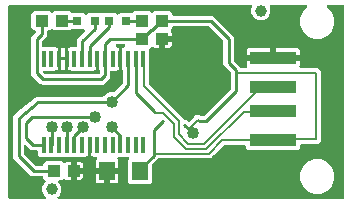
<source format=gbr>
G04 EAGLE Gerber X2 export*
%TF.Part,Single*%
%TF.FileFunction,Copper,L1,Top,Mixed*%
%TF.FilePolarity,Positive*%
%TF.GenerationSoftware,Autodesk,EAGLE,9.1.3*%
%TF.CreationDate,2018-09-14T10:43:52Z*%
G75*
%MOMM*%
%FSLAX34Y34*%
%LPD*%
%AMOC8*
5,1,8,0,0,1.08239X$1,22.5*%
G01*
%ADD10R,1.100000X1.000000*%
%ADD11R,1.400000X1.600000*%
%ADD12R,0.348000X1.397000*%
%ADD13R,0.800000X0.800000*%
%ADD14C,1.000000*%
%ADD15R,4.000000X1.120000*%
%ADD16C,1.016000*%
%ADD17C,0.254000*%
%ADD18C,0.203200*%

G36*
X34712Y4082D02*
X34712Y4082D01*
X34851Y4095D01*
X34870Y4102D01*
X34890Y4105D01*
X35019Y4156D01*
X35150Y4203D01*
X35167Y4214D01*
X35186Y4222D01*
X35298Y4303D01*
X35413Y4381D01*
X35427Y4397D01*
X35443Y4408D01*
X35532Y4516D01*
X35624Y4620D01*
X35633Y4638D01*
X35646Y4653D01*
X35705Y4779D01*
X35768Y4903D01*
X35773Y4923D01*
X35781Y4941D01*
X35807Y5078D01*
X35838Y5213D01*
X35837Y5234D01*
X35841Y5253D01*
X35832Y5392D01*
X35828Y5531D01*
X35823Y5551D01*
X35821Y5571D01*
X35779Y5703D01*
X35740Y5837D01*
X35730Y5854D01*
X35723Y5873D01*
X35649Y5991D01*
X35578Y6111D01*
X35560Y6132D01*
X35553Y6142D01*
X35538Y6156D01*
X35472Y6231D01*
X33817Y7887D01*
X32591Y10845D01*
X32591Y14047D01*
X33817Y17005D01*
X35222Y18411D01*
X35295Y18505D01*
X35374Y18594D01*
X35393Y18630D01*
X35417Y18662D01*
X35465Y18772D01*
X35519Y18878D01*
X35528Y18917D01*
X35544Y18954D01*
X35562Y19072D01*
X35588Y19188D01*
X35587Y19228D01*
X35594Y19268D01*
X35582Y19387D01*
X35579Y19506D01*
X35568Y19545D01*
X35564Y19585D01*
X35523Y19697D01*
X35490Y19811D01*
X35470Y19846D01*
X35456Y19884D01*
X35389Y19983D01*
X35329Y20085D01*
X35289Y20130D01*
X35278Y20147D01*
X35262Y20161D01*
X35222Y20206D01*
X33751Y21677D01*
X33751Y22352D01*
X33736Y22470D01*
X33729Y22589D01*
X33716Y22627D01*
X33711Y22668D01*
X33668Y22778D01*
X33631Y22891D01*
X33609Y22926D01*
X33594Y22963D01*
X33525Y23059D01*
X33461Y23160D01*
X33431Y23188D01*
X33408Y23221D01*
X33316Y23297D01*
X33229Y23378D01*
X33194Y23398D01*
X33163Y23423D01*
X33055Y23474D01*
X32951Y23532D01*
X32911Y23542D01*
X32875Y23559D01*
X32758Y23581D01*
X32643Y23611D01*
X32583Y23615D01*
X32563Y23619D01*
X32542Y23617D01*
X32482Y23621D01*
X23611Y23621D01*
X8381Y38851D01*
X8381Y71050D01*
X8377Y71082D01*
X8380Y71114D01*
X8357Y71239D01*
X8341Y71366D01*
X8330Y71395D01*
X8324Y71427D01*
X8271Y71543D01*
X8224Y71661D01*
X8213Y71676D01*
X8374Y73187D01*
X8374Y73204D01*
X8381Y73321D01*
X8381Y74852D01*
X8445Y74934D01*
X8457Y74963D01*
X8476Y74989D01*
X8520Y75109D01*
X8571Y75225D01*
X8574Y75244D01*
X9756Y76198D01*
X9767Y76211D01*
X9856Y76288D01*
X10938Y77371D01*
X11041Y77384D01*
X11070Y77395D01*
X11102Y77401D01*
X11218Y77454D01*
X11336Y77501D01*
X11362Y77519D01*
X11391Y77533D01*
X11523Y77626D01*
X26266Y89533D01*
X26278Y89546D01*
X26366Y89623D01*
X27448Y90706D01*
X27551Y90719D01*
X27580Y90730D01*
X27612Y90736D01*
X27728Y90789D01*
X27846Y90836D01*
X27861Y90847D01*
X29372Y90686D01*
X29389Y90686D01*
X29506Y90679D01*
X83737Y90679D01*
X83835Y90691D01*
X83934Y90694D01*
X83993Y90711D01*
X84053Y90719D01*
X84145Y90755D01*
X84240Y90783D01*
X84292Y90813D01*
X84348Y90836D01*
X84428Y90894D01*
X84514Y90944D01*
X84589Y91010D01*
X84606Y91022D01*
X84614Y91032D01*
X84635Y91050D01*
X86835Y93251D01*
X89823Y94489D01*
X92935Y94489D01*
X93034Y94501D01*
X93133Y94504D01*
X93191Y94521D01*
X93251Y94529D01*
X93343Y94565D01*
X93438Y94593D01*
X93490Y94623D01*
X93547Y94646D01*
X93627Y94704D01*
X93712Y94754D01*
X93787Y94820D01*
X93804Y94832D01*
X93812Y94842D01*
X93833Y94860D01*
X100760Y101787D01*
X100820Y101865D01*
X100888Y101938D01*
X100917Y101991D01*
X100954Y102038D01*
X100994Y102129D01*
X101042Y102216D01*
X101057Y102275D01*
X101081Y102330D01*
X101096Y102428D01*
X101121Y102524D01*
X101127Y102624D01*
X101131Y102644D01*
X101129Y102657D01*
X101131Y102685D01*
X101131Y112125D01*
X101116Y112243D01*
X101109Y112362D01*
X101096Y112400D01*
X101091Y112441D01*
X101048Y112551D01*
X101011Y112664D01*
X100989Y112699D01*
X100974Y112736D01*
X100905Y112832D01*
X100841Y112933D01*
X100811Y112961D01*
X100788Y112994D01*
X100696Y113070D01*
X100609Y113151D01*
X100574Y113171D01*
X100543Y113196D01*
X100435Y113247D01*
X100331Y113305D01*
X100291Y113315D01*
X100255Y113332D01*
X100219Y113339D01*
X100219Y122920D01*
X100219Y132446D01*
X101024Y132446D01*
X101038Y132442D01*
X101143Y132428D01*
X101246Y132405D01*
X101300Y132406D01*
X101353Y132399D01*
X101458Y132411D01*
X101564Y132414D01*
X101615Y132429D01*
X101669Y132435D01*
X101768Y132473D01*
X101869Y132503D01*
X101916Y132530D01*
X101966Y132549D01*
X102052Y132610D01*
X102143Y132664D01*
X102207Y132721D01*
X102225Y132733D01*
X102235Y132745D01*
X102264Y132771D01*
X102708Y133215D01*
X102793Y133324D01*
X102882Y133431D01*
X102890Y133450D01*
X102903Y133466D01*
X102958Y133594D01*
X103017Y133719D01*
X103021Y133739D01*
X103029Y133758D01*
X103051Y133896D01*
X103077Y134032D01*
X103076Y134052D01*
X103079Y134072D01*
X103066Y134211D01*
X103057Y134349D01*
X103051Y134368D01*
X103049Y134388D01*
X103002Y134520D01*
X102959Y134651D01*
X102949Y134669D01*
X102942Y134688D01*
X102864Y134803D01*
X102789Y134920D01*
X102774Y134934D01*
X102763Y134951D01*
X102659Y135043D01*
X102558Y135138D01*
X102540Y135148D01*
X102525Y135161D01*
X102401Y135224D01*
X102279Y135292D01*
X102260Y135297D01*
X102241Y135306D01*
X102106Y135336D01*
X101971Y135371D01*
X101943Y135373D01*
X101931Y135376D01*
X101911Y135375D01*
X101810Y135381D01*
X96090Y135381D01*
X95952Y135364D01*
X95813Y135351D01*
X95794Y135344D01*
X95774Y135341D01*
X95645Y135290D01*
X95514Y135243D01*
X95497Y135232D01*
X95478Y135224D01*
X95366Y135143D01*
X95251Y135065D01*
X95237Y135049D01*
X95221Y135038D01*
X95132Y134930D01*
X95040Y134826D01*
X95031Y134808D01*
X95018Y134793D01*
X94959Y134667D01*
X94896Y134543D01*
X94891Y134523D01*
X94883Y134505D01*
X94857Y134369D01*
X94826Y134233D01*
X94827Y134212D01*
X94823Y134193D01*
X94831Y134054D01*
X94836Y133915D01*
X94841Y133895D01*
X94843Y133875D01*
X94886Y133743D01*
X94924Y133609D01*
X94934Y133592D01*
X94941Y133573D01*
X95015Y133455D01*
X95086Y133335D01*
X95104Y133314D01*
X95111Y133304D01*
X95126Y133290D01*
X95192Y133215D01*
X95636Y132771D01*
X95720Y132706D01*
X95797Y132634D01*
X95845Y132609D01*
X95887Y132576D01*
X95984Y132534D01*
X96078Y132484D01*
X96130Y132471D01*
X96179Y132449D01*
X96284Y132433D01*
X96386Y132407D01*
X96440Y132408D01*
X96493Y132399D01*
X96599Y132409D01*
X96704Y132410D01*
X96788Y132427D01*
X96810Y132429D01*
X96825Y132435D01*
X96862Y132442D01*
X96876Y132446D01*
X97681Y132446D01*
X97681Y122920D01*
X97681Y113394D01*
X96876Y113394D01*
X96862Y113398D01*
X96757Y113412D01*
X96654Y113435D01*
X96600Y113434D01*
X96547Y113441D01*
X96442Y113429D01*
X96336Y113426D01*
X96285Y113411D01*
X96231Y113405D01*
X96132Y113367D01*
X96031Y113337D01*
X95984Y113310D01*
X95934Y113291D01*
X95848Y113230D01*
X95757Y113176D01*
X95693Y113119D01*
X95675Y113107D01*
X95665Y113095D01*
X95636Y113069D01*
X95453Y112886D01*
X91538Y112886D01*
X91420Y112871D01*
X91301Y112864D01*
X91263Y112851D01*
X91222Y112846D01*
X91112Y112803D01*
X90999Y112766D01*
X90964Y112744D01*
X90927Y112729D01*
X90831Y112660D01*
X90730Y112596D01*
X90702Y112566D01*
X90669Y112543D01*
X90593Y112451D01*
X90512Y112364D01*
X90492Y112329D01*
X90467Y112298D01*
X90416Y112190D01*
X90358Y112086D01*
X90348Y112046D01*
X90331Y112010D01*
X90309Y111893D01*
X90279Y111778D01*
X90275Y111718D01*
X90271Y111698D01*
X90273Y111677D01*
X90269Y111617D01*
X90269Y107021D01*
X87240Y103993D01*
X84339Y101091D01*
X31231Y101091D01*
X26523Y105800D01*
X23621Y108701D01*
X23621Y141489D01*
X26523Y144390D01*
X26857Y144725D01*
X26942Y144834D01*
X27031Y144941D01*
X27039Y144960D01*
X27052Y144976D01*
X27107Y145104D01*
X27166Y145229D01*
X27170Y145249D01*
X27178Y145268D01*
X27200Y145406D01*
X27226Y145542D01*
X27225Y145562D01*
X27228Y145582D01*
X27215Y145721D01*
X27206Y145859D01*
X27200Y145878D01*
X27198Y145898D01*
X27151Y146030D01*
X27108Y146161D01*
X27098Y146179D01*
X27091Y146198D01*
X27013Y146313D01*
X26938Y146430D01*
X26923Y146444D01*
X26912Y146461D01*
X26808Y146553D01*
X26707Y146648D01*
X26689Y146658D01*
X26674Y146671D01*
X26550Y146734D01*
X26428Y146802D01*
X26408Y146807D01*
X26390Y146816D01*
X26255Y146846D01*
X26120Y146881D01*
X26092Y146883D01*
X26080Y146886D01*
X26060Y146885D01*
X25959Y146891D01*
X25377Y146891D01*
X23591Y148677D01*
X23591Y161203D01*
X25377Y162989D01*
X38903Y162989D01*
X39743Y162149D01*
X39837Y162076D01*
X39926Y161997D01*
X39962Y161979D01*
X39994Y161954D01*
X40103Y161907D01*
X40209Y161853D01*
X40248Y161844D01*
X40286Y161828D01*
X40403Y161809D01*
X40519Y161783D01*
X40560Y161784D01*
X40600Y161778D01*
X40718Y161789D01*
X40837Y161793D01*
X40876Y161804D01*
X40916Y161808D01*
X41028Y161848D01*
X41143Y161881D01*
X41178Y161902D01*
X41216Y161915D01*
X41314Y161982D01*
X41417Y162043D01*
X41462Y162082D01*
X41479Y162094D01*
X41492Y162109D01*
X41538Y162149D01*
X42377Y162989D01*
X55903Y162989D01*
X56531Y162360D01*
X56609Y162300D01*
X56681Y162232D01*
X56734Y162203D01*
X56782Y162166D01*
X56873Y162126D01*
X56960Y162078D01*
X57019Y162063D01*
X57074Y162039D01*
X57172Y162024D01*
X57268Y161999D01*
X57368Y161993D01*
X57388Y161989D01*
X57401Y161991D01*
X57429Y161989D01*
X67613Y161989D01*
X68953Y160649D01*
X69047Y160576D01*
X69136Y160497D01*
X69172Y160479D01*
X69204Y160454D01*
X69313Y160407D01*
X69419Y160353D01*
X69458Y160344D01*
X69496Y160328D01*
X69613Y160309D01*
X69729Y160283D01*
X69770Y160284D01*
X69810Y160278D01*
X69928Y160289D01*
X70047Y160293D01*
X70086Y160304D01*
X70126Y160308D01*
X70238Y160348D01*
X70353Y160381D01*
X70388Y160402D01*
X70426Y160415D01*
X70524Y160482D01*
X70627Y160543D01*
X70672Y160582D01*
X70689Y160594D01*
X70702Y160609D01*
X70748Y160649D01*
X72087Y161989D01*
X82856Y161989D01*
X82948Y161974D01*
X83064Y161948D01*
X83105Y161949D01*
X83144Y161943D01*
X83263Y161954D01*
X83382Y161958D01*
X83421Y161969D01*
X83461Y161973D01*
X83506Y161989D01*
X94283Y161989D01*
X95622Y160649D01*
X95717Y160576D01*
X95806Y160497D01*
X95842Y160479D01*
X95874Y160454D01*
X95983Y160407D01*
X96089Y160353D01*
X96128Y160344D01*
X96166Y160328D01*
X96283Y160309D01*
X96399Y160283D01*
X96440Y160284D01*
X96480Y160278D01*
X96598Y160289D01*
X96717Y160293D01*
X96756Y160304D01*
X96796Y160308D01*
X96909Y160348D01*
X97023Y160381D01*
X97057Y160402D01*
X97096Y160415D01*
X97194Y160482D01*
X97297Y160543D01*
X97342Y160583D01*
X97359Y160594D01*
X97372Y160609D01*
X97417Y160649D01*
X98757Y161989D01*
X108941Y161989D01*
X109040Y162001D01*
X109139Y162004D01*
X109197Y162021D01*
X109257Y162029D01*
X109349Y162065D01*
X109444Y162093D01*
X109496Y162123D01*
X109553Y162146D01*
X109633Y162204D01*
X109718Y162254D01*
X109793Y162320D01*
X109810Y162332D01*
X109818Y162342D01*
X109839Y162360D01*
X110467Y162989D01*
X123993Y162989D01*
X124833Y162149D01*
X124927Y162076D01*
X125016Y161997D01*
X125052Y161979D01*
X125084Y161954D01*
X125193Y161907D01*
X125299Y161853D01*
X125338Y161844D01*
X125376Y161828D01*
X125493Y161809D01*
X125609Y161783D01*
X125650Y161784D01*
X125690Y161778D01*
X125808Y161789D01*
X125927Y161793D01*
X125966Y161804D01*
X126006Y161808D01*
X126118Y161848D01*
X126233Y161881D01*
X126268Y161902D01*
X126306Y161915D01*
X126404Y161982D01*
X126507Y162043D01*
X126552Y162082D01*
X126569Y162094D01*
X126582Y162109D01*
X126628Y162149D01*
X127467Y162989D01*
X140993Y162989D01*
X142779Y161203D01*
X142779Y160528D01*
X142794Y160410D01*
X142801Y160291D01*
X142814Y160253D01*
X142819Y160212D01*
X142862Y160102D01*
X142899Y159989D01*
X142921Y159954D01*
X142936Y159917D01*
X143005Y159821D01*
X143069Y159720D01*
X143099Y159692D01*
X143122Y159659D01*
X143214Y159583D01*
X143301Y159502D01*
X143336Y159482D01*
X143367Y159457D01*
X143475Y159406D01*
X143579Y159348D01*
X143619Y159338D01*
X143655Y159321D01*
X143772Y159299D01*
X143887Y159269D01*
X143947Y159265D01*
X143967Y159261D01*
X143988Y159263D01*
X144048Y159259D01*
X177049Y159259D01*
X194819Y141489D01*
X194819Y121695D01*
X194831Y121596D01*
X194834Y121497D01*
X194851Y121439D01*
X194859Y121379D01*
X194895Y121287D01*
X194923Y121192D01*
X194953Y121140D01*
X194976Y121083D01*
X195034Y121003D01*
X195084Y120918D01*
X195150Y120843D01*
X195162Y120826D01*
X195172Y120818D01*
X195190Y120797D01*
X198267Y117720D01*
X200355Y115632D01*
X200433Y115572D01*
X200505Y115504D01*
X200558Y115475D01*
X200606Y115438D01*
X200697Y115398D01*
X200784Y115350D01*
X200843Y115335D01*
X200898Y115311D01*
X200996Y115296D01*
X201092Y115271D01*
X201192Y115265D01*
X201212Y115261D01*
X201225Y115263D01*
X201253Y115261D01*
X204923Y115261D01*
X205054Y115277D01*
X205186Y115288D01*
X205211Y115297D01*
X205238Y115301D01*
X205361Y115349D01*
X205486Y115393D01*
X205509Y115408D01*
X205534Y115418D01*
X205641Y115495D01*
X205751Y115569D01*
X205769Y115589D01*
X205791Y115604D01*
X205876Y115706D01*
X205964Y115805D01*
X205977Y115829D01*
X205994Y115849D01*
X206050Y115969D01*
X206112Y116086D01*
X206118Y116113D01*
X206129Y116137D01*
X206154Y116267D01*
X206185Y116396D01*
X206184Y116423D01*
X206189Y116449D01*
X206181Y116581D01*
X206178Y116714D01*
X206171Y116740D01*
X206169Y116767D01*
X206129Y116893D01*
X206093Y117020D01*
X206076Y117055D01*
X206071Y117069D01*
X206060Y117088D01*
X206022Y117165D01*
X205932Y117319D01*
X205759Y117966D01*
X205759Y121361D01*
X227030Y121361D01*
X227148Y121376D01*
X227267Y121383D01*
X227305Y121396D01*
X227345Y121401D01*
X227456Y121444D01*
X227569Y121481D01*
X227604Y121503D01*
X227641Y121518D01*
X227737Y121588D01*
X227838Y121651D01*
X227866Y121681D01*
X227898Y121705D01*
X227974Y121796D01*
X228056Y121883D01*
X228075Y121918D01*
X228101Y121949D01*
X228152Y122057D01*
X228209Y122161D01*
X228220Y122201D01*
X228237Y122237D01*
X228259Y122354D01*
X228289Y122469D01*
X228293Y122530D01*
X228297Y122550D01*
X228295Y122570D01*
X228299Y122630D01*
X228299Y123901D01*
X228301Y123901D01*
X228301Y122630D01*
X228316Y122512D01*
X228323Y122393D01*
X228336Y122355D01*
X228341Y122315D01*
X228385Y122204D01*
X228421Y122091D01*
X228443Y122056D01*
X228458Y122019D01*
X228528Y121923D01*
X228591Y121822D01*
X228621Y121794D01*
X228645Y121761D01*
X228736Y121686D01*
X228823Y121604D01*
X228858Y121584D01*
X228890Y121559D01*
X228997Y121508D01*
X229101Y121450D01*
X229141Y121440D01*
X229177Y121423D01*
X229294Y121401D01*
X229409Y121371D01*
X229470Y121367D01*
X229490Y121363D01*
X229510Y121365D01*
X229570Y121361D01*
X250841Y121361D01*
X250841Y117966D01*
X250668Y117319D01*
X250578Y117165D01*
X250527Y117042D01*
X250471Y116923D01*
X250465Y116896D01*
X250455Y116871D01*
X250436Y116740D01*
X250411Y116610D01*
X250412Y116584D01*
X250408Y116557D01*
X250422Y116425D01*
X250431Y116293D01*
X250439Y116267D01*
X250442Y116241D01*
X250488Y116116D01*
X250529Y115991D01*
X250543Y115968D01*
X250552Y115942D01*
X250628Y115834D01*
X250699Y115722D01*
X250718Y115703D01*
X250734Y115681D01*
X250834Y115595D01*
X250930Y115504D01*
X250954Y115491D01*
X250974Y115473D01*
X251093Y115414D01*
X251209Y115350D01*
X251235Y115344D01*
X251259Y115332D01*
X251389Y115304D01*
X251517Y115271D01*
X251555Y115269D01*
X251570Y115265D01*
X251592Y115266D01*
X251677Y115261D01*
X266352Y115261D01*
X268733Y112880D01*
X268733Y53180D01*
X266352Y50799D01*
X252618Y50799D01*
X252500Y50784D01*
X252381Y50777D01*
X252343Y50764D01*
X252302Y50759D01*
X252192Y50716D01*
X252079Y50679D01*
X252044Y50657D01*
X252007Y50642D01*
X251911Y50573D01*
X251810Y50509D01*
X251782Y50479D01*
X251749Y50456D01*
X251673Y50364D01*
X251592Y50277D01*
X251572Y50242D01*
X251547Y50211D01*
X251496Y50103D01*
X251438Y49999D01*
X251428Y49959D01*
X251411Y49923D01*
X251389Y49806D01*
X251359Y49691D01*
X251355Y49631D01*
X251351Y49611D01*
X251353Y49590D01*
X251349Y49530D01*
X251349Y47037D01*
X249563Y45251D01*
X207037Y45251D01*
X205251Y47037D01*
X205251Y48514D01*
X205236Y48632D01*
X205229Y48751D01*
X205216Y48789D01*
X205211Y48830D01*
X205168Y48940D01*
X205131Y49053D01*
X205109Y49088D01*
X205094Y49125D01*
X205025Y49221D01*
X204961Y49322D01*
X204931Y49350D01*
X204908Y49383D01*
X204816Y49459D01*
X204729Y49540D01*
X204694Y49560D01*
X204663Y49585D01*
X204555Y49636D01*
X204451Y49694D01*
X204411Y49704D01*
X204375Y49721D01*
X204258Y49743D01*
X204143Y49773D01*
X204083Y49777D01*
X204063Y49781D01*
X204042Y49779D01*
X203982Y49783D01*
X187121Y49783D01*
X187023Y49771D01*
X186924Y49768D01*
X186866Y49751D01*
X186806Y49743D01*
X186714Y49707D01*
X186619Y49679D01*
X186567Y49649D01*
X186510Y49626D01*
X186430Y49568D01*
X186345Y49518D01*
X186269Y49452D01*
X186253Y49440D01*
X186245Y49430D01*
X186224Y49412D01*
X175420Y38607D01*
X131601Y38607D01*
X131502Y38595D01*
X131403Y38592D01*
X131345Y38575D01*
X131285Y38567D01*
X131193Y38531D01*
X131098Y38503D01*
X131046Y38473D01*
X130989Y38450D01*
X130909Y38392D01*
X130824Y38342D01*
X130749Y38276D01*
X130732Y38264D01*
X130724Y38254D01*
X130703Y38236D01*
X128417Y35950D01*
X126020Y33553D01*
X125960Y33475D01*
X125892Y33403D01*
X125863Y33350D01*
X125826Y33302D01*
X125786Y33211D01*
X125738Y33124D01*
X125723Y33065D01*
X125699Y33010D01*
X125684Y32912D01*
X125659Y32816D01*
X125653Y32716D01*
X125649Y32696D01*
X125651Y32683D01*
X125649Y32655D01*
X125649Y18677D01*
X123863Y16891D01*
X107337Y16891D01*
X105551Y18677D01*
X105551Y37203D01*
X105948Y37600D01*
X106033Y37709D01*
X106122Y37816D01*
X106130Y37835D01*
X106143Y37851D01*
X106198Y37979D01*
X106257Y38104D01*
X106261Y38124D01*
X106269Y38143D01*
X106291Y38281D01*
X106317Y38417D01*
X106316Y38437D01*
X106319Y38457D01*
X106306Y38596D01*
X106297Y38734D01*
X106291Y38753D01*
X106289Y38773D01*
X106242Y38904D01*
X106199Y39036D01*
X106189Y39054D01*
X106182Y39073D01*
X106104Y39187D01*
X106029Y39305D01*
X106014Y39319D01*
X106003Y39336D01*
X105899Y39428D01*
X105798Y39523D01*
X105780Y39533D01*
X105765Y39546D01*
X105641Y39609D01*
X105519Y39677D01*
X105500Y39682D01*
X105481Y39691D01*
X105346Y39721D01*
X105211Y39756D01*
X105183Y39758D01*
X105171Y39761D01*
X105151Y39760D01*
X105050Y39766D01*
X97431Y39766D01*
X97293Y39749D01*
X97155Y39736D01*
X97136Y39729D01*
X97116Y39726D01*
X96987Y39675D01*
X96855Y39628D01*
X96839Y39617D01*
X96820Y39609D01*
X96708Y39528D01*
X96592Y39450D01*
X96579Y39434D01*
X96563Y39423D01*
X96474Y39315D01*
X96382Y39211D01*
X96373Y39193D01*
X96360Y39178D01*
X96300Y39052D01*
X96237Y38928D01*
X96233Y38908D01*
X96224Y38890D01*
X96198Y38753D01*
X96168Y38618D01*
X96168Y38597D01*
X96164Y38578D01*
X96173Y38439D01*
X96177Y38300D01*
X96183Y38280D01*
X96184Y38260D01*
X96227Y38128D01*
X96266Y37994D01*
X96276Y37977D01*
X96282Y37958D01*
X96357Y37840D01*
X96427Y37720D01*
X96446Y37699D01*
X96452Y37689D01*
X96467Y37675D01*
X96534Y37599D01*
X96633Y37500D01*
X96968Y36921D01*
X97141Y36274D01*
X97141Y30479D01*
X88870Y30479D01*
X88752Y30464D01*
X88633Y30457D01*
X88595Y30444D01*
X88555Y30439D01*
X88444Y30395D01*
X88331Y30359D01*
X88296Y30337D01*
X88259Y30322D01*
X88163Y30252D01*
X88062Y30189D01*
X88034Y30159D01*
X88002Y30135D01*
X87926Y30044D01*
X87844Y29957D01*
X87825Y29922D01*
X87799Y29890D01*
X87748Y29783D01*
X87691Y29679D01*
X87680Y29639D01*
X87663Y29603D01*
X87641Y29486D01*
X87611Y29371D01*
X87607Y29310D01*
X87603Y29290D01*
X87605Y29270D01*
X87601Y29210D01*
X87601Y27939D01*
X87599Y27939D01*
X87599Y29210D01*
X87584Y29328D01*
X87577Y29447D01*
X87564Y29485D01*
X87559Y29525D01*
X87515Y29636D01*
X87479Y29749D01*
X87457Y29784D01*
X87442Y29821D01*
X87372Y29917D01*
X87309Y30018D01*
X87279Y30046D01*
X87255Y30078D01*
X87164Y30154D01*
X87077Y30236D01*
X87042Y30255D01*
X87010Y30281D01*
X86903Y30332D01*
X86799Y30389D01*
X86759Y30400D01*
X86723Y30417D01*
X86606Y30439D01*
X86491Y30469D01*
X86430Y30473D01*
X86410Y30477D01*
X86390Y30475D01*
X86330Y30479D01*
X78059Y30479D01*
X78059Y36274D01*
X78232Y36921D01*
X78567Y37500D01*
X78666Y37599D01*
X78751Y37709D01*
X78840Y37816D01*
X78849Y37835D01*
X78861Y37851D01*
X78917Y37978D01*
X78976Y38104D01*
X78980Y38124D01*
X78988Y38143D01*
X79010Y38280D01*
X79036Y38417D01*
X79034Y38437D01*
X79038Y38457D01*
X79025Y38595D01*
X79016Y38734D01*
X79010Y38753D01*
X79008Y38773D01*
X78961Y38904D01*
X78918Y39036D01*
X78907Y39054D01*
X78900Y39073D01*
X78822Y39187D01*
X78748Y39305D01*
X78733Y39319D01*
X78722Y39336D01*
X78618Y39427D01*
X78516Y39523D01*
X78498Y39533D01*
X78483Y39546D01*
X78359Y39609D01*
X78238Y39677D01*
X78218Y39682D01*
X78200Y39691D01*
X78064Y39721D01*
X77930Y39756D01*
X77902Y39758D01*
X77890Y39761D01*
X77869Y39760D01*
X77769Y39766D01*
X76447Y39766D01*
X76264Y39949D01*
X76180Y40014D01*
X76103Y40086D01*
X76055Y40111D01*
X76013Y40144D01*
X75916Y40186D01*
X75823Y40236D01*
X75770Y40249D01*
X75721Y40271D01*
X75616Y40287D01*
X75514Y40313D01*
X75460Y40312D01*
X75407Y40321D01*
X75301Y40311D01*
X75196Y40310D01*
X75112Y40293D01*
X75090Y40291D01*
X75075Y40285D01*
X75038Y40278D01*
X75025Y40274D01*
X74219Y40274D01*
X74219Y49800D01*
X74204Y49918D01*
X74197Y50037D01*
X74185Y50075D01*
X74180Y50115D01*
X74136Y50226D01*
X74099Y50339D01*
X74077Y50373D01*
X74063Y50411D01*
X73993Y50507D01*
X73929Y50608D01*
X73899Y50636D01*
X73876Y50668D01*
X73784Y50744D01*
X73697Y50826D01*
X73662Y50845D01*
X73631Y50871D01*
X73523Y50922D01*
X73419Y50979D01*
X73380Y50989D01*
X73343Y51007D01*
X73226Y51029D01*
X73111Y51059D01*
X73051Y51063D01*
X73031Y51066D01*
X73030Y51066D01*
X73010Y51065D01*
X72950Y51069D01*
X72832Y51054D01*
X72713Y51047D01*
X72674Y51034D01*
X72634Y51029D01*
X72524Y50985D01*
X72410Y50949D01*
X72376Y50927D01*
X72339Y50912D01*
X72242Y50842D01*
X72142Y50778D01*
X72114Y50749D01*
X72081Y50725D01*
X72005Y50633D01*
X71924Y50547D01*
X71904Y50511D01*
X71878Y50480D01*
X71828Y50373D01*
X71770Y50268D01*
X71760Y50229D01*
X71743Y50193D01*
X71721Y50076D01*
X71691Y49960D01*
X71687Y49900D01*
X71683Y49880D01*
X71684Y49860D01*
X71681Y49800D01*
X71681Y40274D01*
X70875Y40274D01*
X70862Y40278D01*
X70757Y40292D01*
X70654Y40315D01*
X70600Y40314D01*
X70547Y40321D01*
X70442Y40309D01*
X70336Y40306D01*
X70285Y40291D01*
X70231Y40285D01*
X70132Y40247D01*
X70031Y40217D01*
X69984Y40190D01*
X69934Y40171D01*
X69848Y40110D01*
X69757Y40056D01*
X69692Y39999D01*
X69675Y39987D01*
X69665Y39975D01*
X69636Y39949D01*
X69453Y39766D01*
X30947Y39766D01*
X29161Y41552D01*
X29161Y44212D01*
X29146Y44330D01*
X29139Y44449D01*
X29126Y44487D01*
X29121Y44528D01*
X29078Y44638D01*
X29041Y44751D01*
X29019Y44786D01*
X29004Y44823D01*
X28935Y44919D01*
X28871Y45020D01*
X28841Y45048D01*
X28818Y45081D01*
X28726Y45157D01*
X28639Y45238D01*
X28604Y45258D01*
X28573Y45283D01*
X28465Y45334D01*
X28361Y45392D01*
X28321Y45402D01*
X28285Y45419D01*
X28168Y45441D01*
X28053Y45471D01*
X27993Y45475D01*
X27973Y45479D01*
X27952Y45477D01*
X27892Y45481D01*
X23341Y45481D01*
X19185Y49637D01*
X19076Y49722D01*
X18969Y49811D01*
X18950Y49819D01*
X18934Y49832D01*
X18806Y49887D01*
X18681Y49946D01*
X18661Y49950D01*
X18642Y49958D01*
X18504Y49980D01*
X18368Y50006D01*
X18348Y50005D01*
X18328Y50008D01*
X18189Y49995D01*
X18051Y49986D01*
X18032Y49980D01*
X18012Y49978D01*
X17880Y49931D01*
X17749Y49888D01*
X17731Y49878D01*
X17712Y49871D01*
X17597Y49793D01*
X17480Y49718D01*
X17466Y49703D01*
X17449Y49692D01*
X17357Y49588D01*
X17262Y49487D01*
X17252Y49469D01*
X17239Y49454D01*
X17175Y49330D01*
X17108Y49208D01*
X17103Y49188D01*
X17094Y49170D01*
X17064Y49035D01*
X17029Y48900D01*
X17027Y48872D01*
X17024Y48860D01*
X17025Y48840D01*
X17019Y48739D01*
X17019Y42955D01*
X17031Y42856D01*
X17034Y42757D01*
X17051Y42699D01*
X17059Y42639D01*
X17095Y42547D01*
X17123Y42452D01*
X17153Y42400D01*
X17176Y42343D01*
X17234Y42263D01*
X17284Y42178D01*
X17350Y42103D01*
X17362Y42086D01*
X17372Y42078D01*
X17390Y42057D01*
X26817Y32630D01*
X26895Y32570D01*
X26968Y32502D01*
X27021Y32473D01*
X27068Y32436D01*
X27159Y32396D01*
X27246Y32348D01*
X27305Y32333D01*
X27360Y32309D01*
X27458Y32294D01*
X27554Y32269D01*
X27654Y32263D01*
X27674Y32259D01*
X27687Y32261D01*
X27715Y32259D01*
X32482Y32259D01*
X32600Y32274D01*
X32719Y32281D01*
X32757Y32294D01*
X32798Y32299D01*
X32908Y32342D01*
X33021Y32379D01*
X33056Y32401D01*
X33093Y32416D01*
X33189Y32485D01*
X33290Y32549D01*
X33318Y32579D01*
X33351Y32602D01*
X33427Y32694D01*
X33508Y32781D01*
X33528Y32816D01*
X33553Y32847D01*
X33604Y32955D01*
X33662Y33059D01*
X33672Y33099D01*
X33689Y33135D01*
X33711Y33252D01*
X33741Y33367D01*
X33745Y33427D01*
X33749Y33447D01*
X33747Y33468D01*
X33751Y33528D01*
X33751Y34203D01*
X35537Y35989D01*
X49063Y35989D01*
X50262Y34790D01*
X50356Y34717D01*
X50445Y34638D01*
X50481Y34620D01*
X50513Y34595D01*
X50622Y34548D01*
X50728Y34493D01*
X50768Y34485D01*
X50805Y34469D01*
X50923Y34450D01*
X51039Y34424D01*
X51079Y34425D01*
X51119Y34419D01*
X51238Y34430D01*
X51356Y34433D01*
X51395Y34445D01*
X51436Y34449D01*
X51548Y34489D01*
X51662Y34522D01*
X51697Y34542D01*
X51735Y34556D01*
X51833Y34623D01*
X51936Y34683D01*
X51981Y34723D01*
X51998Y34735D01*
X52011Y34750D01*
X52057Y34790D01*
X52240Y34973D01*
X52819Y35308D01*
X53466Y35481D01*
X56801Y35481D01*
X56801Y29170D01*
X56816Y29052D01*
X56823Y28933D01*
X56835Y28895D01*
X56841Y28855D01*
X56884Y28744D01*
X56921Y28631D01*
X56943Y28597D01*
X56958Y28559D01*
X57027Y28463D01*
X57091Y28362D01*
X57121Y28334D01*
X57144Y28302D01*
X57236Y28226D01*
X57323Y28144D01*
X57358Y28125D01*
X57389Y28099D01*
X57497Y28048D01*
X57601Y27991D01*
X57641Y27981D01*
X57677Y27963D01*
X57784Y27943D01*
X57754Y27939D01*
X57644Y27895D01*
X57531Y27859D01*
X57496Y27837D01*
X57459Y27822D01*
X57362Y27752D01*
X57262Y27689D01*
X57234Y27659D01*
X57201Y27635D01*
X57125Y27544D01*
X57044Y27457D01*
X57024Y27422D01*
X56999Y27390D01*
X56948Y27283D01*
X56890Y27178D01*
X56880Y27139D01*
X56863Y27103D01*
X56841Y26986D01*
X56811Y26870D01*
X56807Y26810D01*
X56803Y26790D01*
X56805Y26770D01*
X56801Y26710D01*
X56801Y20399D01*
X53466Y20399D01*
X52819Y20572D01*
X52240Y20907D01*
X52057Y21090D01*
X51963Y21163D01*
X51873Y21242D01*
X51837Y21260D01*
X51805Y21285D01*
X51696Y21332D01*
X51590Y21387D01*
X51551Y21395D01*
X51514Y21411D01*
X51396Y21430D01*
X51280Y21456D01*
X51239Y21455D01*
X51199Y21461D01*
X51081Y21450D01*
X50962Y21447D01*
X50923Y21435D01*
X50883Y21431D01*
X50771Y21391D01*
X50656Y21358D01*
X50622Y21338D01*
X50584Y21324D01*
X50485Y21257D01*
X50383Y21197D01*
X50337Y21157D01*
X50320Y21145D01*
X50307Y21130D01*
X50262Y21090D01*
X49063Y19891D01*
X47642Y19891D01*
X47504Y19874D01*
X47365Y19861D01*
X47346Y19854D01*
X47326Y19851D01*
X47197Y19800D01*
X47066Y19753D01*
X47049Y19742D01*
X47030Y19734D01*
X46918Y19653D01*
X46803Y19575D01*
X46789Y19559D01*
X46773Y19548D01*
X46684Y19440D01*
X46592Y19336D01*
X46583Y19318D01*
X46570Y19303D01*
X46511Y19177D01*
X46448Y19053D01*
X46443Y19033D01*
X46435Y19015D01*
X46409Y18878D01*
X46378Y18743D01*
X46379Y18722D01*
X46375Y18703D01*
X46384Y18564D01*
X46388Y18425D01*
X46393Y18405D01*
X46395Y18385D01*
X46437Y18253D01*
X46476Y18119D01*
X46486Y18102D01*
X46493Y18083D01*
X46567Y17965D01*
X46638Y17845D01*
X46656Y17824D01*
X46663Y17814D01*
X46678Y17800D01*
X46744Y17725D01*
X47463Y17005D01*
X48689Y14047D01*
X48689Y10845D01*
X47463Y7887D01*
X45808Y6231D01*
X45723Y6122D01*
X45634Y6015D01*
X45626Y5996D01*
X45613Y5980D01*
X45558Y5852D01*
X45499Y5727D01*
X45495Y5707D01*
X45487Y5688D01*
X45465Y5550D01*
X45439Y5414D01*
X45440Y5394D01*
X45437Y5374D01*
X45450Y5235D01*
X45459Y5097D01*
X45465Y5078D01*
X45467Y5058D01*
X45514Y4926D01*
X45557Y4795D01*
X45568Y4777D01*
X45574Y4758D01*
X45652Y4643D01*
X45727Y4526D01*
X45742Y4512D01*
X45753Y4495D01*
X45857Y4403D01*
X45958Y4308D01*
X45976Y4298D01*
X45991Y4285D01*
X46116Y4221D01*
X46237Y4154D01*
X46257Y4149D01*
X46275Y4140D01*
X46410Y4110D01*
X46545Y4075D01*
X46573Y4073D01*
X46585Y4070D01*
X46605Y4071D01*
X46706Y4065D01*
X286766Y4065D01*
X286884Y4080D01*
X287003Y4087D01*
X287041Y4100D01*
X287082Y4105D01*
X287192Y4148D01*
X287305Y4185D01*
X287340Y4207D01*
X287377Y4222D01*
X287473Y4291D01*
X287574Y4355D01*
X287602Y4385D01*
X287635Y4408D01*
X287711Y4500D01*
X287792Y4587D01*
X287812Y4622D01*
X287837Y4653D01*
X287888Y4761D01*
X287946Y4865D01*
X287956Y4905D01*
X287973Y4941D01*
X287995Y5058D01*
X288025Y5173D01*
X288029Y5233D01*
X288033Y5253D01*
X288031Y5274D01*
X288035Y5334D01*
X288035Y167386D01*
X288020Y167504D01*
X288013Y167623D01*
X288000Y167661D01*
X287995Y167702D01*
X287952Y167812D01*
X287915Y167925D01*
X287893Y167960D01*
X287878Y167997D01*
X287809Y168093D01*
X287745Y168194D01*
X287715Y168222D01*
X287692Y168255D01*
X287600Y168331D01*
X287513Y168412D01*
X287478Y168432D01*
X287447Y168457D01*
X287339Y168508D01*
X287235Y168566D01*
X287195Y168576D01*
X287159Y168593D01*
X287042Y168615D01*
X286927Y168645D01*
X286867Y168649D01*
X286847Y168653D01*
X286826Y168651D01*
X286766Y168655D01*
X275084Y168655D01*
X274946Y168638D01*
X274808Y168625D01*
X274788Y168618D01*
X274768Y168615D01*
X274639Y168564D01*
X274508Y168517D01*
X274492Y168506D01*
X274473Y168498D01*
X274360Y168417D01*
X274245Y168339D01*
X274232Y168323D01*
X274215Y168312D01*
X274127Y168204D01*
X274035Y168100D01*
X274026Y168082D01*
X274013Y168067D01*
X273953Y167941D01*
X273890Y167817D01*
X273886Y167797D01*
X273877Y167779D01*
X273851Y167643D01*
X273820Y167507D01*
X273821Y167486D01*
X273817Y167467D01*
X273826Y167328D01*
X273830Y167189D01*
X273836Y167169D01*
X273837Y167149D01*
X273880Y167017D01*
X273919Y166883D01*
X273929Y166866D01*
X273935Y166847D01*
X274010Y166729D01*
X274080Y166609D01*
X274099Y166588D01*
X274105Y166578D01*
X274120Y166564D01*
X274186Y166489D01*
X277834Y162841D01*
X280049Y157494D01*
X280049Y151706D01*
X277834Y146359D01*
X273741Y142266D01*
X268394Y140051D01*
X262606Y140051D01*
X257259Y142266D01*
X253166Y146359D01*
X250951Y151706D01*
X250951Y157494D01*
X253166Y162841D01*
X256814Y166489D01*
X256899Y166598D01*
X256987Y166705D01*
X256996Y166724D01*
X257008Y166740D01*
X257064Y166868D01*
X257123Y166993D01*
X257127Y167013D01*
X257135Y167032D01*
X257157Y167170D01*
X257183Y167306D01*
X257181Y167326D01*
X257185Y167346D01*
X257172Y167485D01*
X257163Y167623D01*
X257157Y167642D01*
X257155Y167662D01*
X257108Y167794D01*
X257065Y167925D01*
X257054Y167943D01*
X257047Y167962D01*
X256969Y168077D01*
X256895Y168194D01*
X256880Y168208D01*
X256869Y168225D01*
X256764Y168317D01*
X256663Y168412D01*
X256645Y168422D01*
X256630Y168435D01*
X256506Y168499D01*
X256385Y168566D01*
X256365Y168571D01*
X256347Y168580D01*
X256211Y168610D01*
X256077Y168645D01*
X256049Y168647D01*
X256037Y168650D01*
X256016Y168649D01*
X255916Y168655D01*
X226440Y168655D01*
X226390Y168649D01*
X226341Y168651D01*
X226233Y168629D01*
X226124Y168615D01*
X226078Y168597D01*
X226029Y168587D01*
X225930Y168539D01*
X225828Y168498D01*
X225788Y168469D01*
X225743Y168447D01*
X225660Y168376D01*
X225571Y168312D01*
X225539Y168273D01*
X225501Y168241D01*
X225438Y168151D01*
X225368Y168067D01*
X225347Y168022D01*
X225318Y167981D01*
X225279Y167878D01*
X225233Y167779D01*
X225223Y167730D01*
X225206Y167684D01*
X225193Y167574D01*
X225173Y167467D01*
X225176Y167417D01*
X225170Y167368D01*
X225186Y167259D01*
X225193Y167149D01*
X225208Y167102D01*
X225215Y167053D01*
X225267Y166900D01*
X225981Y165177D01*
X225981Y161975D01*
X224755Y159017D01*
X222491Y156753D01*
X219533Y155527D01*
X216331Y155527D01*
X213373Y156753D01*
X211109Y159017D01*
X209883Y161975D01*
X209883Y165177D01*
X210597Y166900D01*
X210610Y166948D01*
X210631Y166993D01*
X210652Y167101D01*
X210681Y167207D01*
X210682Y167257D01*
X210691Y167306D01*
X210684Y167415D01*
X210686Y167525D01*
X210674Y167573D01*
X210671Y167623D01*
X210638Y167727D01*
X210612Y167834D01*
X210589Y167878D01*
X210573Y167925D01*
X210515Y168018D01*
X210463Y168115D01*
X210430Y168152D01*
X210403Y168194D01*
X210323Y168269D01*
X210249Y168351D01*
X210208Y168378D01*
X210172Y168412D01*
X210075Y168465D01*
X209984Y168525D01*
X209937Y168542D01*
X209893Y168566D01*
X209787Y168593D01*
X209683Y168629D01*
X209633Y168633D01*
X209585Y168645D01*
X209424Y168655D01*
X5334Y168655D01*
X5216Y168640D01*
X5097Y168633D01*
X5059Y168620D01*
X5018Y168615D01*
X4908Y168572D01*
X4795Y168535D01*
X4760Y168513D01*
X4723Y168498D01*
X4627Y168429D01*
X4526Y168365D01*
X4498Y168335D01*
X4465Y168312D01*
X4389Y168220D01*
X4308Y168133D01*
X4288Y168098D01*
X4263Y168067D01*
X4212Y167959D01*
X4154Y167855D01*
X4144Y167815D01*
X4127Y167779D01*
X4105Y167662D01*
X4075Y167547D01*
X4071Y167487D01*
X4067Y167467D01*
X4069Y167446D01*
X4065Y167386D01*
X4065Y5334D01*
X4080Y5216D01*
X4087Y5097D01*
X4100Y5059D01*
X4105Y5018D01*
X4148Y4908D01*
X4185Y4795D01*
X4207Y4760D01*
X4222Y4723D01*
X4291Y4627D01*
X4355Y4526D01*
X4385Y4498D01*
X4408Y4465D01*
X4500Y4389D01*
X4587Y4308D01*
X4622Y4288D01*
X4653Y4263D01*
X4761Y4212D01*
X4865Y4154D01*
X4905Y4144D01*
X4941Y4127D01*
X5058Y4105D01*
X5173Y4075D01*
X5233Y4071D01*
X5253Y4067D01*
X5274Y4069D01*
X5334Y4065D01*
X34574Y4065D01*
X34712Y4082D01*
G37*
G36*
X156849Y69585D02*
X156849Y69585D01*
X156968Y69588D01*
X157007Y69599D01*
X157047Y69603D01*
X157159Y69643D01*
X157273Y69677D01*
X157308Y69697D01*
X157346Y69711D01*
X157445Y69778D01*
X157547Y69838D01*
X157593Y69878D01*
X157609Y69889D01*
X157623Y69905D01*
X157668Y69944D01*
X161446Y73722D01*
X161452Y73731D01*
X161461Y73738D01*
X161565Y73860D01*
X162352Y74914D01*
X162415Y74932D01*
X162562Y74973D01*
X162568Y74977D01*
X162576Y74979D01*
X162706Y75056D01*
X162838Y75131D01*
X162843Y75137D01*
X162850Y75140D01*
X162900Y75185D01*
X164207Y75185D01*
X164218Y75186D01*
X164229Y75185D01*
X164389Y75198D01*
X165691Y75387D01*
X165749Y75355D01*
X165881Y75280D01*
X165888Y75278D01*
X165895Y75274D01*
X166041Y75237D01*
X166188Y75197D01*
X166195Y75197D01*
X166203Y75195D01*
X166270Y75191D01*
X166410Y75050D01*
X166488Y74990D01*
X166560Y74922D01*
X166613Y74893D01*
X166661Y74856D01*
X166752Y74816D01*
X166839Y74768D01*
X166897Y74753D01*
X166953Y74729D01*
X167051Y74714D01*
X167147Y74689D01*
X167247Y74683D01*
X167267Y74679D01*
X167279Y74681D01*
X167307Y74679D01*
X167399Y74679D01*
X167537Y74540D01*
X167615Y74480D01*
X167688Y74412D01*
X167741Y74383D01*
X167788Y74346D01*
X167879Y74306D01*
X167966Y74258D01*
X168025Y74243D01*
X168080Y74219D01*
X168178Y74204D01*
X168274Y74179D01*
X168374Y74173D01*
X168394Y74169D01*
X168407Y74171D01*
X168435Y74169D01*
X169135Y74169D01*
X169234Y74181D01*
X169333Y74184D01*
X169391Y74201D01*
X169451Y74209D01*
X169543Y74245D01*
X169638Y74273D01*
X169690Y74303D01*
X169747Y74326D01*
X169827Y74384D01*
X169912Y74434D01*
X169987Y74500D01*
X170004Y74512D01*
X170012Y74522D01*
X170033Y74540D01*
X192160Y96667D01*
X192220Y96745D01*
X192288Y96818D01*
X192317Y96871D01*
X192354Y96918D01*
X192394Y97009D01*
X192442Y97096D01*
X192457Y97155D01*
X192481Y97210D01*
X192496Y97308D01*
X192521Y97404D01*
X192527Y97504D01*
X192531Y97524D01*
X192529Y97537D01*
X192531Y97565D01*
X192531Y110715D01*
X192519Y110814D01*
X192516Y110913D01*
X192499Y110971D01*
X192491Y111031D01*
X192455Y111123D01*
X192427Y111218D01*
X192397Y111270D01*
X192374Y111327D01*
X192316Y111407D01*
X192266Y111492D01*
X192200Y111567D01*
X192188Y111584D01*
X192178Y111592D01*
X192160Y111613D01*
X189083Y114690D01*
X186181Y117591D01*
X186181Y137385D01*
X186169Y137484D01*
X186166Y137583D01*
X186149Y137641D01*
X186141Y137701D01*
X186105Y137793D01*
X186077Y137888D01*
X186047Y137940D01*
X186024Y137997D01*
X185966Y138077D01*
X185916Y138162D01*
X185850Y138237D01*
X185838Y138254D01*
X185828Y138262D01*
X185810Y138283D01*
X173843Y150250D01*
X173765Y150310D01*
X173692Y150378D01*
X173639Y150407D01*
X173592Y150444D01*
X173501Y150484D01*
X173414Y150532D01*
X173355Y150547D01*
X173300Y150571D01*
X173202Y150586D01*
X173106Y150611D01*
X173006Y150617D01*
X172986Y150621D01*
X172973Y150619D01*
X172945Y150621D01*
X144048Y150621D01*
X143930Y150606D01*
X143811Y150599D01*
X143773Y150586D01*
X143732Y150581D01*
X143622Y150538D01*
X143509Y150501D01*
X143474Y150479D01*
X143437Y150464D01*
X143341Y150395D01*
X143240Y150331D01*
X143212Y150301D01*
X143179Y150278D01*
X143103Y150186D01*
X143022Y150099D01*
X143002Y150064D01*
X142977Y150033D01*
X142926Y149925D01*
X142868Y149821D01*
X142858Y149781D01*
X142841Y149745D01*
X142819Y149628D01*
X142789Y149513D01*
X142785Y149453D01*
X142781Y149433D01*
X142783Y149412D01*
X142779Y149352D01*
X142779Y148677D01*
X141939Y147837D01*
X141870Y147749D01*
X141795Y147665D01*
X141773Y147623D01*
X141744Y147586D01*
X141699Y147483D01*
X141647Y147383D01*
X141636Y147337D01*
X141617Y147294D01*
X141600Y147183D01*
X141574Y147074D01*
X141575Y147027D01*
X141568Y146980D01*
X141578Y146868D01*
X141580Y146756D01*
X141593Y146710D01*
X141597Y146663D01*
X141636Y146557D01*
X141666Y146449D01*
X141698Y146385D01*
X141705Y146364D01*
X141715Y146349D01*
X141737Y146305D01*
X142098Y145681D01*
X142271Y145034D01*
X142271Y142199D01*
X135460Y142199D01*
X135342Y142184D01*
X135223Y142177D01*
X135185Y142164D01*
X135145Y142159D01*
X135034Y142116D01*
X134921Y142079D01*
X134887Y142057D01*
X134849Y142042D01*
X134753Y141973D01*
X134652Y141909D01*
X134624Y141879D01*
X134592Y141856D01*
X134516Y141764D01*
X134434Y141677D01*
X134415Y141642D01*
X134389Y141611D01*
X134338Y141503D01*
X134281Y141399D01*
X134271Y141359D01*
X134253Y141323D01*
X134231Y141206D01*
X134201Y141091D01*
X134197Y141031D01*
X134194Y141011D01*
X134195Y140990D01*
X134191Y140930D01*
X134191Y139739D01*
X133000Y139739D01*
X132882Y139724D01*
X132763Y139717D01*
X132725Y139704D01*
X132684Y139699D01*
X132574Y139655D01*
X132461Y139619D01*
X132426Y139597D01*
X132389Y139582D01*
X132292Y139512D01*
X132192Y139449D01*
X132164Y139419D01*
X132131Y139395D01*
X132055Y139304D01*
X131974Y139217D01*
X131954Y139182D01*
X131929Y139150D01*
X131878Y139043D01*
X131820Y138938D01*
X131810Y138899D01*
X131793Y138863D01*
X131771Y138746D01*
X131741Y138630D01*
X131737Y138570D01*
X131733Y138550D01*
X131735Y138530D01*
X131731Y138470D01*
X131731Y132159D01*
X128396Y132159D01*
X127749Y132332D01*
X127170Y132667D01*
X126987Y132850D01*
X126893Y132923D01*
X126803Y133002D01*
X126767Y133020D01*
X126735Y133045D01*
X126626Y133092D01*
X126520Y133147D01*
X126481Y133155D01*
X126444Y133171D01*
X126326Y133190D01*
X126210Y133216D01*
X126169Y133215D01*
X126129Y133221D01*
X126011Y133210D01*
X125892Y133207D01*
X125853Y133195D01*
X125813Y133191D01*
X125701Y133151D01*
X125586Y133118D01*
X125552Y133098D01*
X125514Y133084D01*
X125415Y133017D01*
X125313Y132957D01*
X125267Y132917D01*
X125250Y132905D01*
X125237Y132890D01*
X125192Y132850D01*
X123707Y131365D01*
X123700Y131361D01*
X123672Y131331D01*
X123639Y131308D01*
X123563Y131216D01*
X123482Y131129D01*
X123462Y131094D01*
X123437Y131063D01*
X123386Y130955D01*
X123328Y130851D01*
X123318Y130811D01*
X123301Y130775D01*
X123279Y130658D01*
X123249Y130543D01*
X123245Y130483D01*
X123241Y130463D01*
X123243Y130442D01*
X123239Y130382D01*
X123239Y122284D01*
X123240Y122270D01*
X123239Y122257D01*
X123260Y122112D01*
X123279Y121968D01*
X123284Y121956D01*
X123286Y121942D01*
X123288Y121934D01*
X123250Y121791D01*
X123250Y121786D01*
X123249Y121781D01*
X123239Y121620D01*
X123239Y114654D01*
X123180Y114592D01*
X123151Y114539D01*
X123114Y114491D01*
X123074Y114400D01*
X123026Y114313D01*
X123011Y114254D01*
X122987Y114199D01*
X122972Y114101D01*
X122947Y114005D01*
X122941Y113905D01*
X122937Y113885D01*
X122939Y113873D01*
X122937Y113844D01*
X122937Y101777D01*
X122949Y101679D01*
X122952Y101580D01*
X122969Y101522D01*
X122977Y101462D01*
X123013Y101370D01*
X123041Y101275D01*
X123071Y101223D01*
X123094Y101166D01*
X123152Y101086D01*
X123202Y101001D01*
X123268Y100925D01*
X123280Y100909D01*
X123290Y100901D01*
X123308Y100880D01*
X152588Y71600D01*
X152666Y71540D01*
X152738Y71472D01*
X152791Y71443D01*
X152839Y71406D01*
X152930Y71366D01*
X153017Y71318D01*
X153075Y71303D01*
X153131Y71279D01*
X153229Y71264D01*
X153325Y71239D01*
X153425Y71233D01*
X153445Y71229D01*
X153457Y71231D01*
X153485Y71229D01*
X154589Y71229D01*
X155873Y69944D01*
X155967Y69871D01*
X156056Y69793D01*
X156092Y69774D01*
X156124Y69750D01*
X156234Y69702D01*
X156340Y69648D01*
X156379Y69639D01*
X156416Y69623D01*
X156534Y69605D01*
X156650Y69578D01*
X156690Y69580D01*
X156730Y69573D01*
X156849Y69585D01*
G37*
G36*
X80334Y109741D02*
X80334Y109741D01*
X80433Y109744D01*
X80491Y109761D01*
X80551Y109769D01*
X80643Y109805D01*
X80738Y109833D01*
X80790Y109863D01*
X80847Y109886D01*
X80927Y109944D01*
X81012Y109994D01*
X81087Y110060D01*
X81104Y110072D01*
X81112Y110082D01*
X81133Y110101D01*
X81260Y110227D01*
X81320Y110305D01*
X81388Y110378D01*
X81417Y110431D01*
X81455Y110479D01*
X81494Y110569D01*
X81542Y110656D01*
X81557Y110715D01*
X81581Y110770D01*
X81596Y110868D01*
X81621Y110964D01*
X81627Y111064D01*
X81631Y111085D01*
X81629Y111097D01*
X81631Y111125D01*
X81631Y112125D01*
X81616Y112243D01*
X81609Y112362D01*
X81596Y112400D01*
X81591Y112441D01*
X81548Y112551D01*
X81511Y112664D01*
X81489Y112699D01*
X81474Y112736D01*
X81405Y112832D01*
X81341Y112933D01*
X81311Y112961D01*
X81288Y112994D01*
X81196Y113070D01*
X81109Y113151D01*
X81074Y113171D01*
X81043Y113196D01*
X80935Y113247D01*
X80831Y113305D01*
X80791Y113315D01*
X80755Y113332D01*
X80719Y113339D01*
X80719Y122920D01*
X80704Y123038D01*
X80697Y123157D01*
X80685Y123195D01*
X80680Y123235D01*
X80636Y123346D01*
X80599Y123459D01*
X80577Y123493D01*
X80563Y123531D01*
X80493Y123627D01*
X80429Y123728D01*
X80399Y123756D01*
X80376Y123788D01*
X80284Y123864D01*
X80197Y123946D01*
X80162Y123965D01*
X80131Y123991D01*
X80023Y124042D01*
X79919Y124099D01*
X79880Y124109D01*
X79843Y124127D01*
X79726Y124149D01*
X79611Y124179D01*
X79551Y124183D01*
X79531Y124186D01*
X79530Y124186D01*
X79510Y124185D01*
X79450Y124189D01*
X79332Y124174D01*
X79213Y124167D01*
X79174Y124154D01*
X79134Y124149D01*
X79024Y124105D01*
X78910Y124069D01*
X78876Y124047D01*
X78839Y124032D01*
X78742Y123962D01*
X78642Y123898D01*
X78614Y123869D01*
X78581Y123845D01*
X78505Y123753D01*
X78424Y123667D01*
X78404Y123631D01*
X78378Y123600D01*
X78328Y123493D01*
X78270Y123388D01*
X78260Y123349D01*
X78243Y123313D01*
X78221Y123196D01*
X78191Y123080D01*
X78187Y123020D01*
X78183Y123000D01*
X78184Y122980D01*
X78181Y122920D01*
X78181Y113394D01*
X77376Y113394D01*
X77362Y113398D01*
X77257Y113412D01*
X77154Y113435D01*
X77100Y113434D01*
X77047Y113441D01*
X76942Y113429D01*
X76836Y113426D01*
X76785Y113411D01*
X76731Y113405D01*
X76632Y113367D01*
X76531Y113337D01*
X76484Y113310D01*
X76434Y113291D01*
X76348Y113230D01*
X76257Y113176D01*
X76193Y113119D01*
X76175Y113107D01*
X76165Y113095D01*
X76136Y113069D01*
X75953Y112886D01*
X56947Y112886D01*
X56764Y113069D01*
X56680Y113134D01*
X56603Y113206D01*
X56555Y113231D01*
X56513Y113264D01*
X56416Y113306D01*
X56323Y113356D01*
X56270Y113369D01*
X56221Y113391D01*
X56116Y113407D01*
X56014Y113433D01*
X55960Y113432D01*
X55907Y113441D01*
X55801Y113431D01*
X55696Y113430D01*
X55612Y113413D01*
X55590Y113411D01*
X55575Y113405D01*
X55538Y113398D01*
X55525Y113394D01*
X54719Y113394D01*
X54719Y122920D01*
X54719Y132446D01*
X55525Y132446D01*
X55538Y132442D01*
X55643Y132428D01*
X55746Y132405D01*
X55800Y132406D01*
X55853Y132399D01*
X55958Y132411D01*
X56064Y132414D01*
X56115Y132429D01*
X56169Y132435D01*
X56268Y132473D01*
X56369Y132503D01*
X56416Y132530D01*
X56466Y132549D01*
X56552Y132610D01*
X56643Y132664D01*
X56708Y132721D01*
X56725Y132733D01*
X56735Y132745D01*
X56764Y132771D01*
X56947Y132954D01*
X60862Y132954D01*
X60980Y132969D01*
X61099Y132976D01*
X61137Y132989D01*
X61178Y132994D01*
X61288Y133037D01*
X61401Y133074D01*
X61436Y133096D01*
X61473Y133111D01*
X61569Y133180D01*
X61670Y133244D01*
X61698Y133274D01*
X61731Y133297D01*
X61807Y133389D01*
X61888Y133476D01*
X61908Y133511D01*
X61933Y133542D01*
X61984Y133650D01*
X62042Y133754D01*
X62052Y133794D01*
X62069Y133830D01*
X62091Y133947D01*
X62121Y134062D01*
X62125Y134122D01*
X62129Y134142D01*
X62127Y134163D01*
X62131Y134223D01*
X62131Y139359D01*
X65033Y142260D01*
X68497Y145725D01*
X68582Y145834D01*
X68671Y145941D01*
X68679Y145960D01*
X68692Y145976D01*
X68747Y146104D01*
X68806Y146229D01*
X68810Y146249D01*
X68818Y146268D01*
X68840Y146406D01*
X68866Y146542D01*
X68865Y146562D01*
X68868Y146582D01*
X68855Y146721D01*
X68846Y146859D01*
X68840Y146878D01*
X68838Y146898D01*
X68791Y147030D01*
X68748Y147161D01*
X68738Y147179D01*
X68731Y147198D01*
X68653Y147313D01*
X68578Y147430D01*
X68563Y147444D01*
X68552Y147461D01*
X68448Y147553D01*
X68347Y147648D01*
X68329Y147658D01*
X68314Y147671D01*
X68190Y147735D01*
X68068Y147802D01*
X68048Y147807D01*
X68030Y147816D01*
X67895Y147846D01*
X67760Y147881D01*
X67732Y147883D01*
X67720Y147886D01*
X67700Y147885D01*
X67599Y147891D01*
X57429Y147891D01*
X57330Y147879D01*
X57231Y147876D01*
X57173Y147859D01*
X57113Y147851D01*
X57021Y147815D01*
X56926Y147787D01*
X56874Y147757D01*
X56817Y147734D01*
X56737Y147676D01*
X56652Y147626D01*
X56577Y147560D01*
X56560Y147548D01*
X56552Y147538D01*
X56531Y147520D01*
X55903Y146891D01*
X42377Y146891D01*
X41538Y147731D01*
X41444Y147804D01*
X41354Y147883D01*
X41318Y147901D01*
X41286Y147926D01*
X41177Y147973D01*
X41071Y148027D01*
X41032Y148036D01*
X40994Y148052D01*
X40877Y148071D01*
X40761Y148097D01*
X40720Y148096D01*
X40680Y148102D01*
X40562Y148091D01*
X40443Y148087D01*
X40404Y148076D01*
X40364Y148072D01*
X40251Y148032D01*
X40137Y147999D01*
X40103Y147978D01*
X40064Y147965D01*
X39966Y147898D01*
X39863Y147837D01*
X39818Y147797D01*
X39801Y147786D01*
X39788Y147771D01*
X39743Y147731D01*
X38903Y146891D01*
X37728Y146891D01*
X37610Y146876D01*
X37491Y146869D01*
X37453Y146856D01*
X37412Y146851D01*
X37302Y146808D01*
X37189Y146771D01*
X37154Y146749D01*
X37117Y146734D01*
X37021Y146665D01*
X36920Y146601D01*
X36892Y146571D01*
X36859Y146548D01*
X36783Y146456D01*
X36702Y146369D01*
X36682Y146334D01*
X36657Y146303D01*
X36606Y146195D01*
X36548Y146091D01*
X36538Y146051D01*
X36521Y146015D01*
X36499Y145898D01*
X36469Y145783D01*
X36465Y145723D01*
X36461Y145703D01*
X36463Y145682D01*
X36459Y145622D01*
X36459Y142111D01*
X33557Y139210D01*
X33557Y139209D01*
X32631Y138283D01*
X32570Y138205D01*
X32502Y138133D01*
X32473Y138079D01*
X32436Y138032D01*
X32396Y137941D01*
X32348Y137854D01*
X32333Y137795D01*
X32309Y137740D01*
X32294Y137642D01*
X32269Y137546D01*
X32263Y137446D01*
X32259Y137426D01*
X32261Y137413D01*
X32259Y137385D01*
X32259Y134223D01*
X32274Y134105D01*
X32281Y133986D01*
X32294Y133948D01*
X32299Y133907D01*
X32342Y133797D01*
X32379Y133684D01*
X32401Y133649D01*
X32416Y133612D01*
X32485Y133516D01*
X32549Y133415D01*
X32579Y133387D01*
X32602Y133354D01*
X32694Y133278D01*
X32781Y133197D01*
X32816Y133177D01*
X32847Y133152D01*
X32955Y133101D01*
X33059Y133043D01*
X33099Y133033D01*
X33135Y133016D01*
X33252Y132994D01*
X33367Y132964D01*
X33427Y132960D01*
X33447Y132956D01*
X33468Y132958D01*
X33528Y132954D01*
X43453Y132954D01*
X43636Y132771D01*
X43720Y132706D01*
X43797Y132634D01*
X43845Y132609D01*
X43887Y132576D01*
X43984Y132534D01*
X44077Y132484D01*
X44130Y132471D01*
X44179Y132449D01*
X44284Y132433D01*
X44386Y132407D01*
X44440Y132408D01*
X44493Y132399D01*
X44599Y132409D01*
X44704Y132410D01*
X44788Y132427D01*
X44810Y132429D01*
X44825Y132435D01*
X44862Y132442D01*
X44875Y132446D01*
X45681Y132446D01*
X45681Y122920D01*
X45681Y113394D01*
X44875Y113394D01*
X44862Y113398D01*
X44757Y113412D01*
X44654Y113435D01*
X44600Y113434D01*
X44547Y113441D01*
X44442Y113429D01*
X44336Y113426D01*
X44285Y113411D01*
X44231Y113405D01*
X44132Y113367D01*
X44031Y113337D01*
X43984Y113310D01*
X43934Y113291D01*
X43848Y113230D01*
X43757Y113176D01*
X43692Y113119D01*
X43675Y113107D01*
X43665Y113095D01*
X43636Y113069D01*
X43453Y112886D01*
X34716Y112886D01*
X34578Y112869D01*
X34439Y112856D01*
X34420Y112849D01*
X34400Y112846D01*
X34270Y112795D01*
X34140Y112748D01*
X34123Y112737D01*
X34104Y112729D01*
X33992Y112648D01*
X33877Y112570D01*
X33863Y112554D01*
X33847Y112543D01*
X33758Y112435D01*
X33666Y112331D01*
X33657Y112313D01*
X33644Y112298D01*
X33585Y112172D01*
X33522Y112048D01*
X33517Y112028D01*
X33509Y112010D01*
X33483Y111874D01*
X33452Y111738D01*
X33453Y111717D01*
X33449Y111698D01*
X33458Y111559D01*
X33462Y111420D01*
X33467Y111400D01*
X33469Y111380D01*
X33511Y111248D01*
X33550Y111114D01*
X33560Y111097D01*
X33567Y111078D01*
X33641Y110960D01*
X33712Y110840D01*
X33730Y110819D01*
X33737Y110809D01*
X33752Y110795D01*
X33818Y110719D01*
X34437Y110100D01*
X34515Y110040D01*
X34588Y109972D01*
X34641Y109943D01*
X34688Y109906D01*
X34779Y109866D01*
X34866Y109818D01*
X34925Y109803D01*
X34980Y109779D01*
X35078Y109764D01*
X35174Y109739D01*
X35274Y109733D01*
X35294Y109729D01*
X35307Y109731D01*
X35335Y109729D01*
X80235Y109729D01*
X80334Y109741D01*
G37*
%LPC*%
G36*
X262606Y8651D02*
X262606Y8651D01*
X257259Y10866D01*
X253166Y14959D01*
X250951Y20306D01*
X250951Y26094D01*
X253166Y31441D01*
X257259Y35534D01*
X262606Y37749D01*
X268394Y37749D01*
X273741Y35534D01*
X277834Y31441D01*
X280049Y26094D01*
X280049Y20306D01*
X277834Y14959D01*
X273741Y10866D01*
X268394Y8651D01*
X262606Y8651D01*
G37*
%LPD*%
%LPC*%
G36*
X230839Y126439D02*
X230839Y126439D01*
X230839Y132041D01*
X248634Y132041D01*
X249281Y131868D01*
X249860Y131533D01*
X250333Y131060D01*
X250668Y130481D01*
X250841Y129834D01*
X250841Y126439D01*
X230839Y126439D01*
G37*
%LPD*%
%LPC*%
G36*
X205759Y126439D02*
X205759Y126439D01*
X205759Y129834D01*
X205932Y130481D01*
X206267Y131060D01*
X206740Y131533D01*
X207319Y131868D01*
X207966Y132041D01*
X225761Y132041D01*
X225761Y126439D01*
X205759Y126439D01*
G37*
%LPD*%
%LPC*%
G36*
X90139Y17399D02*
X90139Y17399D01*
X90139Y25401D01*
X97141Y25401D01*
X97141Y19606D01*
X96968Y18959D01*
X96633Y18380D01*
X96160Y17907D01*
X95581Y17572D01*
X94934Y17399D01*
X90139Y17399D01*
G37*
%LPD*%
%LPC*%
G36*
X80266Y17399D02*
X80266Y17399D01*
X79619Y17572D01*
X79040Y17907D01*
X78567Y18380D01*
X78232Y18959D01*
X78059Y19606D01*
X78059Y25401D01*
X85061Y25401D01*
X85061Y17399D01*
X80266Y17399D01*
G37*
%LPD*%
%LPC*%
G36*
X48219Y124189D02*
X48219Y124189D01*
X48219Y132446D01*
X49024Y132446D01*
X49732Y132256D01*
X49756Y132243D01*
X49809Y132231D01*
X49858Y132210D01*
X49963Y132195D01*
X50066Y132170D01*
X50120Y132171D01*
X50173Y132164D01*
X50278Y132175D01*
X50384Y132177D01*
X50436Y132191D01*
X50489Y132197D01*
X50588Y132233D01*
X50690Y132262D01*
X50692Y132262D01*
X51376Y132446D01*
X52181Y132446D01*
X52181Y124189D01*
X48219Y124189D01*
G37*
%LPD*%
%LPC*%
G36*
X48219Y113394D02*
X48219Y113394D01*
X48219Y121651D01*
X52181Y121651D01*
X52181Y113394D01*
X51376Y113394D01*
X50668Y113584D01*
X50643Y113597D01*
X50591Y113609D01*
X50541Y113630D01*
X50437Y113645D01*
X50334Y113670D01*
X50280Y113669D01*
X50227Y113676D01*
X50121Y113665D01*
X50016Y113663D01*
X49964Y113649D01*
X49911Y113643D01*
X49811Y113606D01*
X49709Y113578D01*
X49708Y113578D01*
X49024Y113394D01*
X48219Y113394D01*
G37*
%LPD*%
%LPC*%
G36*
X61799Y30439D02*
X61799Y30439D01*
X61799Y35481D01*
X65134Y35481D01*
X65781Y35308D01*
X66360Y34973D01*
X66833Y34500D01*
X67168Y33921D01*
X67341Y33274D01*
X67341Y30439D01*
X61799Y30439D01*
G37*
%LPD*%
%LPC*%
G36*
X136729Y132159D02*
X136729Y132159D01*
X136729Y137201D01*
X142271Y137201D01*
X142271Y134366D01*
X142098Y133719D01*
X141763Y133140D01*
X141290Y132667D01*
X140711Y132332D01*
X140064Y132159D01*
X136729Y132159D01*
G37*
%LPD*%
%LPC*%
G36*
X61799Y20399D02*
X61799Y20399D01*
X61799Y25441D01*
X67341Y25441D01*
X67341Y22606D01*
X67168Y21959D01*
X66833Y21380D01*
X66360Y20907D01*
X65781Y20572D01*
X65134Y20399D01*
X61799Y20399D01*
G37*
%LPD*%
D10*
X117230Y139700D03*
X134230Y139700D03*
D11*
X87600Y27940D03*
X115600Y27940D03*
D10*
X42300Y27940D03*
X59300Y27940D03*
D12*
X33950Y122920D03*
X40450Y122920D03*
X46950Y122920D03*
X53450Y122920D03*
X59950Y122920D03*
X66450Y122920D03*
X72950Y122920D03*
X85950Y122920D03*
X79450Y122920D03*
X92450Y122920D03*
X98950Y122920D03*
X105450Y122920D03*
X111950Y122920D03*
X118450Y122920D03*
X33950Y49800D03*
X40450Y49800D03*
X46950Y49800D03*
X53450Y49800D03*
X59950Y49800D03*
X66450Y49800D03*
X72950Y49800D03*
X79450Y49800D03*
X85950Y49800D03*
X92450Y49800D03*
X98950Y49800D03*
X105450Y49800D03*
X111950Y49800D03*
X118450Y49800D03*
D10*
X49140Y154940D03*
X32140Y154940D03*
X117230Y154940D03*
X134230Y154940D03*
D13*
X77350Y154940D03*
X62350Y154940D03*
X89020Y154940D03*
X104020Y154940D03*
D14*
X40640Y12446D03*
X217932Y163576D03*
D15*
X228300Y78900D03*
X228300Y98900D03*
X228300Y53900D03*
X228300Y123900D03*
D16*
X180340Y36830D03*
X46990Y139700D03*
X31750Y96520D03*
X69850Y17780D03*
X135890Y111760D03*
D17*
X111950Y122920D02*
X111950Y93790D01*
X127380Y78360D01*
D18*
X128016Y77216D02*
X135128Y77216D01*
X144272Y68072D01*
X144272Y56896D01*
X154432Y46736D01*
X171704Y46736D01*
X203200Y78232D01*
X227584Y78232D01*
X128016Y77216D02*
X127380Y78360D01*
X227584Y78232D02*
X228300Y78900D01*
X118872Y99568D02*
X118872Y121920D01*
X118872Y99568D02*
X148336Y70104D01*
X148336Y58928D01*
X156464Y50800D01*
X169672Y50800D01*
X217424Y98552D01*
X227584Y98552D01*
X118872Y121920D02*
X118450Y122920D01*
X227584Y98552D02*
X228300Y98900D01*
D17*
X98950Y57260D02*
X98950Y49800D01*
X98950Y57260D02*
X91440Y64770D01*
D16*
X91440Y64770D03*
D17*
X40640Y49990D02*
X40450Y49800D01*
X40640Y49990D02*
X40640Y64770D01*
D16*
X40640Y64770D03*
D17*
X29210Y86360D02*
X91440Y86360D01*
X29210Y86360D02*
X12700Y73025D01*
X12700Y40640D01*
X25400Y27940D01*
X42300Y27940D01*
X105450Y100370D02*
X105450Y122920D01*
X105450Y100370D02*
X91440Y86360D01*
D16*
X91440Y86360D03*
D17*
X77350Y148470D02*
X77350Y154940D01*
X77350Y148470D02*
X66450Y137570D01*
X66450Y122920D01*
X72950Y122920D02*
X72950Y133910D01*
X89020Y149980D01*
X89020Y154940D01*
X62350Y154940D02*
X49140Y154940D01*
X104020Y154940D02*
X117230Y154940D01*
X33950Y49800D02*
X25130Y49800D01*
X19050Y55880D01*
X19050Y68580D01*
X24130Y73660D01*
X77470Y73660D01*
D16*
X77470Y73660D03*
D17*
X59950Y57410D02*
X59950Y49800D01*
X59950Y57410D02*
X67310Y64770D01*
D16*
X67310Y64770D03*
D17*
X53340Y64770D02*
X53340Y49910D01*
X53450Y49800D01*
D16*
X53340Y64770D03*
D17*
X27940Y110490D02*
X27940Y139700D01*
X85950Y122920D02*
X85950Y108810D01*
X82550Y105410D01*
X33020Y105410D01*
X27940Y110490D01*
X152800Y66910D02*
X160020Y59690D01*
X115600Y29240D02*
X115600Y27940D01*
X115600Y29240D02*
X127000Y40640D01*
X127000Y42672D01*
X127000Y62230D01*
X135130Y70360D01*
X190500Y119380D02*
X196850Y113030D01*
X165610Y70360D02*
X166120Y69850D01*
X171450Y69850D01*
X196850Y95250D01*
X196850Y107696D01*
X196850Y111196D02*
X196850Y113030D01*
X175260Y154940D02*
X134230Y154940D01*
X175260Y154940D02*
X190500Y139700D01*
X190500Y119380D01*
X32140Y143900D02*
X27940Y139700D01*
X32140Y143900D02*
X32140Y154940D01*
X85950Y135480D02*
X85950Y122920D01*
X90170Y139700D02*
X117230Y139700D01*
X90170Y139700D02*
X85950Y135480D01*
X133350Y154940D02*
X134230Y154940D01*
X133350Y154940D02*
X125730Y147320D01*
X124850Y147320D01*
X117230Y139700D01*
D16*
X160020Y59690D03*
D18*
X157480Y64008D02*
X164592Y71120D01*
X157480Y64008D02*
X160020Y59690D01*
X165610Y70360D02*
X164592Y71120D01*
X230100Y111196D02*
X264668Y111196D01*
X230100Y111196D02*
X196850Y111196D01*
X264668Y111196D02*
X264668Y54864D01*
X228600Y54864D01*
X228300Y53900D01*
X173736Y42672D02*
X127000Y42672D01*
X173736Y42672D02*
X184912Y53848D01*
X227584Y53848D01*
X228300Y53900D01*
D17*
X196850Y107696D02*
X196850Y111196D01*
M02*

</source>
